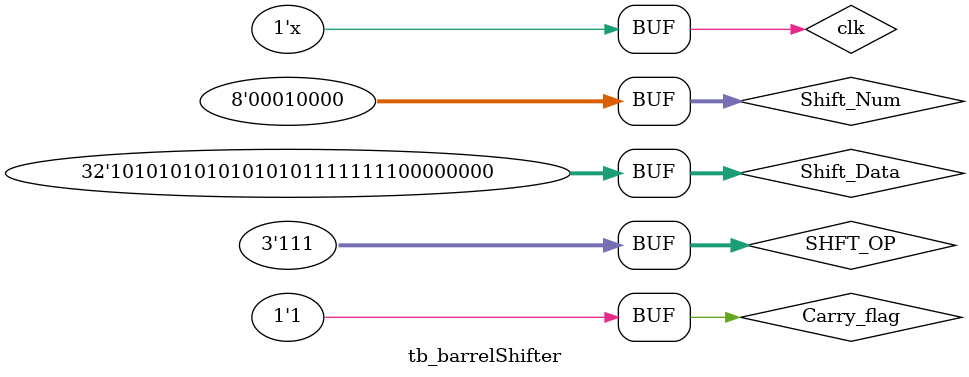
<source format=v>
`timescale 1ns / 1ps


module tb_barrelShifter();

    reg clk = 0;
    reg [31:0] Shift_Data;
    reg [7:0] Shift_Num;
    reg [2:0] SHFT_OP;
    reg Carry_flag;
    wire enable;
    wire [31:0] Shift_Out;
    wire Shift_Carry_Out;
    
    always #0.01 clk = ~clk;
    initial begin
        Shift_Num = 8'h04; 
        SHFT_OP = 3'b000;
        Shift_Data = 32'haaaaff00;
        #100 Shift_Num = 8'h00;
        
        #100 Shift_Num = 8'h01;
        #100 Shift_Num = 8'h06;
        #100 Shift_Num = 8'h40;
        #100 Shift_Num = 8'h10;
        
        #100 Shift_Num = 8'h04;
        SHFT_OP = 3'b001;
        Shift_Data = 32'haaaaff00;
        #100 Shift_Num = 8'h00;
        #100 Shift_Num = 8'h01;
        #100 Shift_Num = 8'h06;
        #100 Shift_Num = 8'h40;
        #100 Shift_Num = 8'h10;
        
        #100 Shift_Num = 8'h04; 
        SHFT_OP = 3'b010;
        Shift_Data = 32'haaaaff00;
        #100 Shift_Num = 8'h00;
        #100 Shift_Num = 8'h01;
        #100 Shift_Num = 8'h06;
        #100 Shift_Num = 8'h40;
        #100 Shift_Num = 8'h10;
        
        #100 Shift_Num = 8'h04; 
        SHFT_OP = 3'b011;
        Shift_Data = 32'haaaaff00;
        #100 Shift_Num = 8'h00;
        #100 Shift_Num = 8'h01;
        #100 Shift_Num = 8'h06;
        #100 Shift_Num = 8'h40;
        #100 Shift_Num = 8'h10;
        
        #100 Shift_Num = 8'h04; 
        SHFT_OP = 3'b100;
        Shift_Data = 32'haaaaff00;
        #100 Shift_Num = 8'h00;
        #100 Shift_Num = 8'h01;
        #100 Shift_Num = 8'h06;
        #100 Shift_Num = 8'h40;
        #100 Shift_Num = 8'h10;
        
        #100 Shift_Num = 8'h04; 
        SHFT_OP = 3'b101;
        Shift_Data = 32'haaaaff00;
        #100 Shift_Num = 8'h00;
        #100 Shift_Num = 8'h01;
        #100 Shift_Num = 8'h06;
        #100 Shift_Num = 8'h40;
        #100 Shift_Num = 8'h10;
        
        #100 Shift_Num = 8'h04; 
        SHFT_OP = 3'b110; 
        Carry_flag = 0;
        Shift_Data = 32'haaaaff00;
        #100 Shift_Num = 8'h00;
        #100 Shift_Num = 8'h01;
        #100 Shift_Num = 8'h06;
        #100 Shift_Num = 8'h40;
        #100 Shift_Num = 8'h10;
        
        #100 Shift_Num = 8'h04; 
        SHFT_OP = 3'b110; 
        Carry_flag = 1;
        Shift_Data = 32'haaaaff00;
        #100 Shift_Num = 8'h00;
        #100 Shift_Num = 8'h01;
        #100 Shift_Num = 8'h06;
        #100 Shift_Num = 8'h40;
        #100 Shift_Num = 8'h10;
        
        #100 Shift_Num = 8'h04; 
        SHFT_OP = 3'b111;
        Shift_Data = 32'haaaaff00;
        #100 Shift_Num = 8'h00;
        #100 Shift_Num = 8'h01;
        #100 Shift_Num = 8'h06;
        #100 Shift_Num = 8'h40;
        #100 Shift_Num = 8'h10;
    end
    
barrelShifter barrelshifter( 
    .SHFT_OP(SHFT_OP), 
    .Shift_Data(Shift_Data), 
    .Shift_Num(Shift_Num),
    .Carry_flag(Carry_flag), 
    .Shift_Out(Shift_Out), 
    .Shift_Carry_Out(Shift_Carry_Out));
endmodule


</source>
